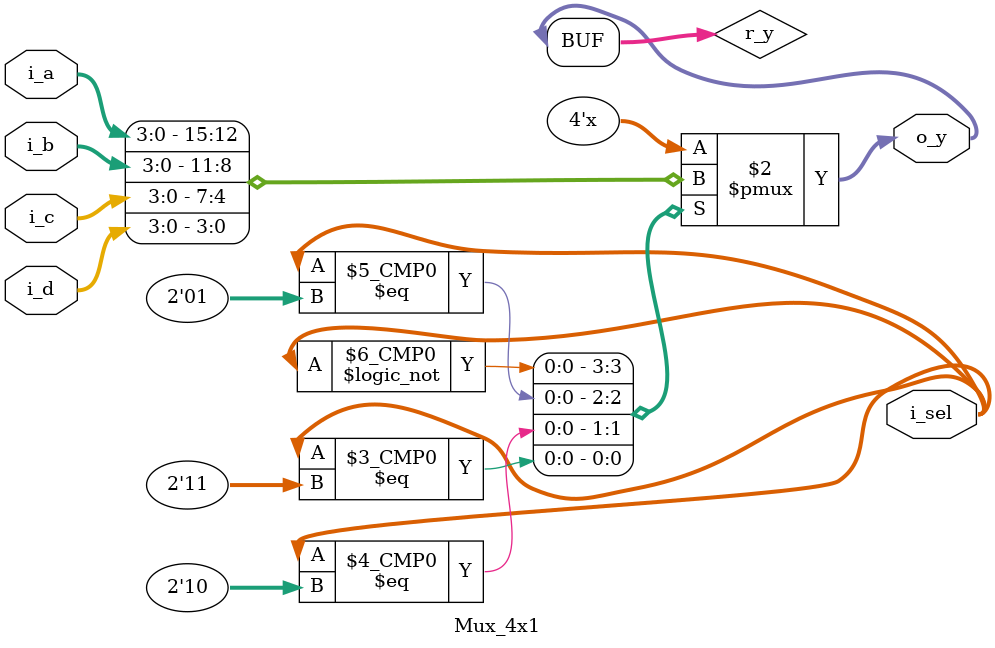
<source format=v>
`timescale 1ns / 1ps


module Mux_4x1(
    input [3:0] i_a, i_b, i_c, i_d,
    output [1:0] i_sel,
    output [3:0] o_y
    );

    reg [3:0] r_y;
    assign o_y = r_y;

    always @(*) begin
        case (i_sel)
            2'b00 : r_y = i_a; 
            2'b01 : r_y = i_b; 
            2'b10 : r_y = i_c; 
            2'b11 : r_y = i_d; 
        endcase
    end
endmodule

</source>
